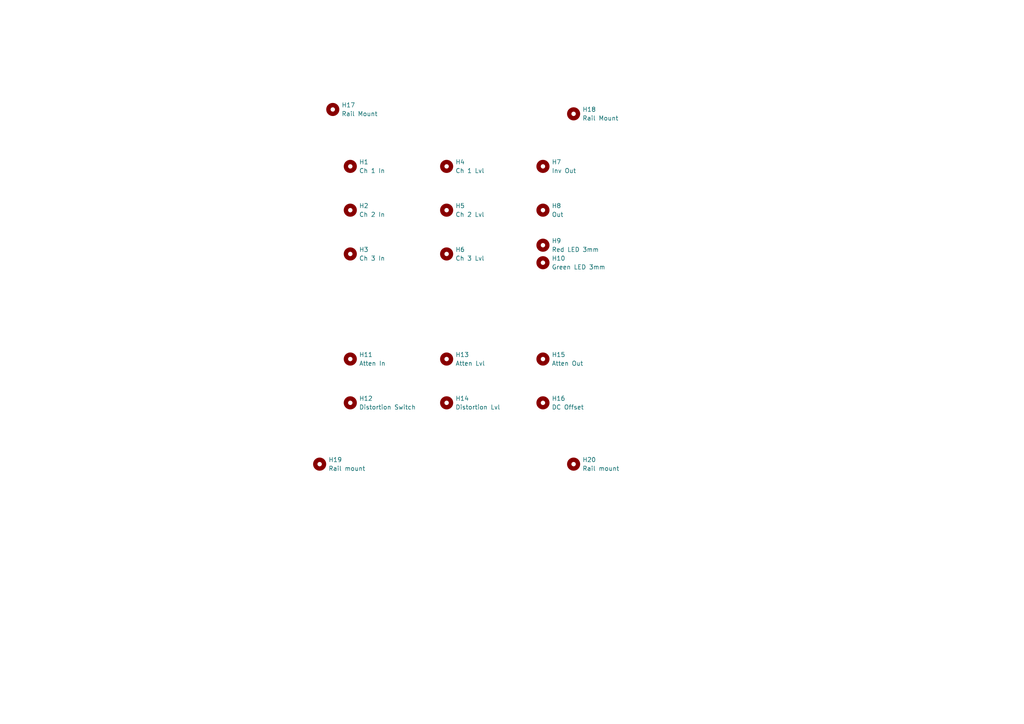
<source format=kicad_sch>
(kicad_sch (version 20231120) (generator "eeschema") (generator_version "8.0")
  (paper "A4")
  (lib_symbols
    (symbol "Mechanical:MountingHole" (pin_names (offset 1.016)) (exclude_from_sim yes) (in_bom no)
      (property "Reference" "H" (at 0 5.08 0))
      (property "Value" "MountingHole" (at 0 3.175 0))
      (symbol "MountingHole_0_1"
        (circle (center 0 0) (radius 1.27) (stroke (width 1.27)))
      )
    )
  )
  (symbol (lib_id "Mechanical:MountingHole") (at 129.54 104.14 0) (unit 1) (exclude_from_sim yes) (in_bom no)
    (property "Reference" "H13" (at 132.08 102.8699 0) (effects (justify left)))
    (property "Value" "Atten Lvl" (at 132.08 105.4099 0) (effects (justify left)))
    (property "Footprint" "AudioJacks:PanelHole_Potentiometer_6.8mm_13mm_knob" (effects (hide yes)))
    (property "Description" "Mounting Hole without connection" (effects (hide yes)))
  )
  (symbol (lib_id "Mechanical:MountingHole") (at 129.54 73.66 0) (unit 1) (exclude_from_sim yes) (in_bom no)
    (property "Reference" "H6" (at 132.08 72.3899 0) (effects (justify left)))
    (property "Value" "Ch 3 Lvl" (at 132.08 74.9299 0) (effects (justify left)))
    (property "Footprint" "AudioJacks:PanelHole_Potentiometer_6.8mm_13mm_knob" (effects (hide yes)))
    (property "Description" "Mounting Hole without connection" (effects (hide yes)))
  )
  (symbol (lib_id "Mechanical:MountingHole") (at 157.48 48.26 0) (unit 1) (exclude_from_sim yes) (in_bom no)
    (property "Reference" "H7" (at 160.02 46.9899 0) (effects (justify left)))
    (property "Value" "Inv Out" (at 160.02 49.5299 0) (effects (justify left)))
    (property "Footprint" "AudioJacks:PanelHole_AudioJack_6.8mm" (effects (hide yes)))
    (property "Description" "Mounting Hole without connection" (effects (hide yes)))
  )
  (symbol (lib_id "Mechanical:MountingHole") (at 101.6 104.14 0) (unit 1) (exclude_from_sim yes) (in_bom no)
    (property "Reference" "H11" (at 104.14 102.8699 0) (effects (justify left)))
    (property "Value" "Atten In" (at 104.14 105.4099 0) (effects (justify left)))
    (property "Footprint" "AudioJacks:PanelHole_AudioJack_6.8mm" (effects (hide yes)))
    (property "Description" "Mounting Hole without connection" (effects (hide yes)))
  )
  (symbol (lib_id "Mechanical:MountingHole") (at 157.48 104.14 0) (unit 1) (exclude_from_sim yes) (in_bom no)
    (property "Reference" "H15" (at 160.02 102.8699 0) (effects (justify left)))
    (property "Value" "Atten Out" (at 160.02 105.4099 0) (effects (justify left)))
    (property "Footprint" "AudioJacks:PanelHole_AudioJack_6.8mm" (effects (hide yes)))
    (property "Description" "Mounting Hole without connection" (effects (hide yes)))
  )
  (symbol (lib_id "Mechanical:MountingHole") (at 157.48 116.84 0) (unit 1) (exclude_from_sim yes) (in_bom no)
    (property "Reference" "H16" (at 160.02 115.5699 0) (effects (justify left)))
    (property "Value" "DC Offset" (at 160.02 118.1099 0) (effects (justify left)))
    (property "Footprint" "AudioJacks:PanelHole_Potentiometer_6.8mm_13mm_knob" (effects (hide yes)))
    (property "Description" "Mounting Hole without connection" (effects (hide yes)))
  )
  (symbol (lib_id "Mechanical:MountingHole") (at 157.48 76.2 0) (unit 1) (exclude_from_sim yes) (in_bom no)
    (property "Reference" "H10" (at 160.02 74.9299 0) (effects (justify left)))
    (property "Value" "Green LED 3mm" (at 160.02 77.4699 0) (effects (justify left)))
    (property "Footprint" "MountingHole:MountingHole_3.2mm_M3_DIN965" (effects (hide yes)))
    (property "Description" "Mounting Hole without connection" (effects (hide yes)))
  )
  (symbol (lib_id "Mechanical:MountingHole") (at 166.37 134.62 0) (unit 1) (exclude_from_sim yes) (in_bom no)
    (property "Reference" "H20" (at 168.91 133.3499 0) (effects (justify left)))
    (property "Value" "Rail mount" (at 168.91 135.8899 0) (effects (justify left)))
    (property "Footprint" "MountingHole:MountingHole_3.2mm_M3_DIN965" (effects (hide yes)))
    (property "Description" "Mounting Hole without connection" (effects (hide yes)))
  )
  (symbol (lib_id "Mechanical:MountingHole") (at 101.6 116.84 0) (unit 1) (exclude_from_sim yes) (in_bom no)
    (property "Reference" "H12" (at 104.14 115.5699 0) (effects (justify left)))
    (property "Value" "Distortion Switch" (at 104.14 118.1099 0) (effects (justify left)))
    (property "Footprint" "AudioJacks:PanelHole_AudioJack_6.8mm" (effects (hide yes)))
    (property "Description" "Mounting Hole without connection" (effects (hide yes)))
  )
  (symbol (lib_id "Mechanical:MountingHole") (at 101.6 48.26 0) (unit 1) (exclude_from_sim yes) (in_bom no)
    (property "Reference" "H1" (at 104.14 46.9899 0) (effects (justify left)))
    (property "Value" "Ch 1 In" (at 104.14 49.5299 0) (effects (justify left)))
    (property "Footprint" "AudioJacks:PanelHole_AudioJack_6.8mm" (effects (hide yes)))
    (property "Description" "Mounting Hole without connection" (effects (hide yes)))
  )
  (symbol (lib_id "Mechanical:MountingHole") (at 166.37 33.02 0) (unit 1) (exclude_from_sim yes) (in_bom no)
    (property "Reference" "H18" (at 168.91 31.7499 0) (effects (justify left)))
    (property "Value" "Rail Mount" (at 168.91 34.2899 0) (effects (justify left)))
    (property "Footprint" "MountingHole:MountingHole_3.2mm_M3_DIN965" (effects (hide yes)))
    (property "Description" "Mounting Hole without connection" (effects (hide yes)))
  )
  (symbol (lib_id "Mechanical:MountingHole") (at 96.52 31.75 0) (unit 1) (exclude_from_sim yes) (in_bom no)
    (property "Reference" "H17" (at 99.06 30.4799 0) (effects (justify left)))
    (property "Value" "Rail Mount" (at 99.06 33.0199 0) (effects (justify left)))
    (property "Footprint" "MountingHole:MountingHole_3.2mm_M3_DIN965" (effects (hide yes)))
    (property "Description" "Mounting Hole without connection" (effects (hide yes)))
  )
  (symbol (lib_id "Mechanical:MountingHole") (at 92.71 134.62 0) (unit 1) (exclude_from_sim yes) (in_bom no)
    (property "Reference" "H19" (at 95.25 133.3499 0) (effects (justify left)))
    (property "Value" "Rail mount" (at 95.25 135.8899 0) (effects (justify left)))
    (property "Footprint" "MountingHole:MountingHole_3.2mm_M3_DIN965" (effects (hide yes)))
    (property "Description" "Mounting Hole without connection" (effects (hide yes)))
  )
  (symbol (lib_id "Mechanical:MountingHole") (at 101.6 73.66 0) (unit 1) (exclude_from_sim yes) (in_bom no)
    (property "Reference" "H3" (at 104.14 72.3899 0) (effects (justify left)))
    (property "Value" "Ch 3 In" (at 104.14 74.9299 0) (effects (justify left)))
    (property "Footprint" "AudioJacks:PanelHole_AudioJack_6.8mm" (effects (hide yes)))
    (property "Description" "Mounting Hole without connection" (effects (hide yes)))
  )
  (symbol (lib_id "Mechanical:MountingHole") (at 101.6 60.96 0) (unit 1) (exclude_from_sim yes) (in_bom no)
    (property "Reference" "H2" (at 104.14 59.6899 0) (effects (justify left)))
    (property "Value" "Ch 2 In" (at 104.14 62.2299 0) (effects (justify left)))
    (property "Footprint" "AudioJacks:PanelHole_AudioJack_6.8mm" (effects (hide yes)))
    (property "Description" "Mounting Hole without connection" (effects (hide yes)))
  )
  (symbol (lib_id "Mechanical:MountingHole") (at 129.54 60.96 0) (unit 1) (exclude_from_sim yes) (in_bom no)
    (property "Reference" "H5" (at 132.08 59.6899 0) (effects (justify left)))
    (property "Value" "Ch 2 Lvl" (at 132.08 62.2299 0) (effects (justify left)))
    (property "Footprint" "AudioJacks:PanelHole_Potentiometer_6.8mm_13mm_knob" (effects (hide yes)))
    (property "Description" "Mounting Hole without connection" (effects (hide yes)))
  )
  (symbol (lib_id "Mechanical:MountingHole") (at 157.48 71.12 0) (unit 1) (exclude_from_sim yes) (in_bom no)
    (property "Reference" "H9" (at 160.02 69.8499 0) (effects (justify left)))
    (property "Value" "Red LED 3mm" (at 160.02 72.3899 0) (effects (justify left)))
    (property "Footprint" "MountingHole:MountingHole_3.2mm_M3_DIN965" (effects (hide yes)))
    (property "Description" "Mounting Hole without connection" (effects (hide yes)))
  )
  (symbol (lib_id "Mechanical:MountingHole") (at 157.48 60.96 0) (unit 1) (exclude_from_sim yes) (in_bom no)
    (property "Reference" "H8" (at 160.02 59.6899 0) (effects (justify left)))
    (property "Value" "Out" (at 160.02 62.2299 0) (effects (justify left)))
    (property "Footprint" "AudioJacks:PanelHole_AudioJack_6.8mm" (effects (hide yes)))
    (property "Description" "Mounting Hole without connection" (effects (hide yes)))
  )
  (symbol (lib_id "Mechanical:MountingHole") (at 129.54 116.84 0) (unit 1) (exclude_from_sim yes) (in_bom no)
    (property "Reference" "H14" (at 132.08 115.5699 0) (effects (justify left)))
    (property "Value" "Distortion Lvl" (at 132.08 118.1099 0) (effects (justify left)))
    (property "Footprint" "AudioJacks:PanelHole_Potentiometer_6.8mm_13mm_knob" (effects (hide yes)))
    (property "Description" "Mounting Hole without connection" (effects (hide yes)))
  )
  (symbol (lib_id "Mechanical:MountingHole") (at 129.54 48.26 0) (unit 1) (exclude_from_sim yes) (in_bom no)
    (property "Reference" "H4" (at 132.08 46.9899 0) (effects (justify left)))
    (property "Value" "Ch 1 Lvl" (at 132.08 49.5299 0) (effects (justify left)))
    (property "Footprint" "AudioJacks:PanelHole_Potentiometer_6.8mm_13mm_knob" (effects (hide yes)))
    (property "Description" "Mounting Hole without connection" (effects (hide yes)))
  )
)
</source>
